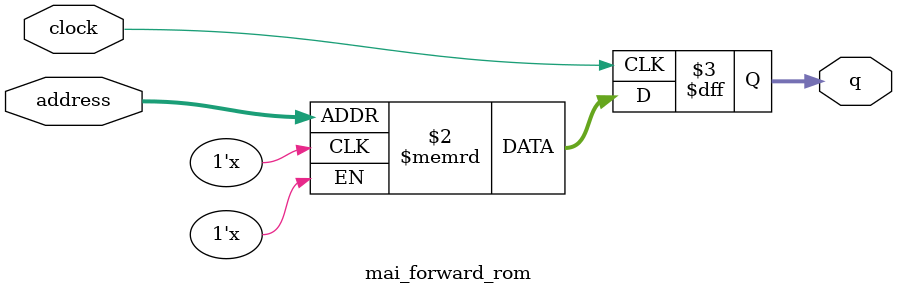
<source format=sv>
module mai_forward_rom (
	input logic clock,
	input logic [15:0] address,
	output logic [3:0] q
);

logic [3:0] memory [0:43007] /* synthesis ram_init_file = "./mai_forward/mai_forward.COE" */;

always_ff @ (posedge clock) begin
	q <= memory[address];
end

endmodule

</source>
